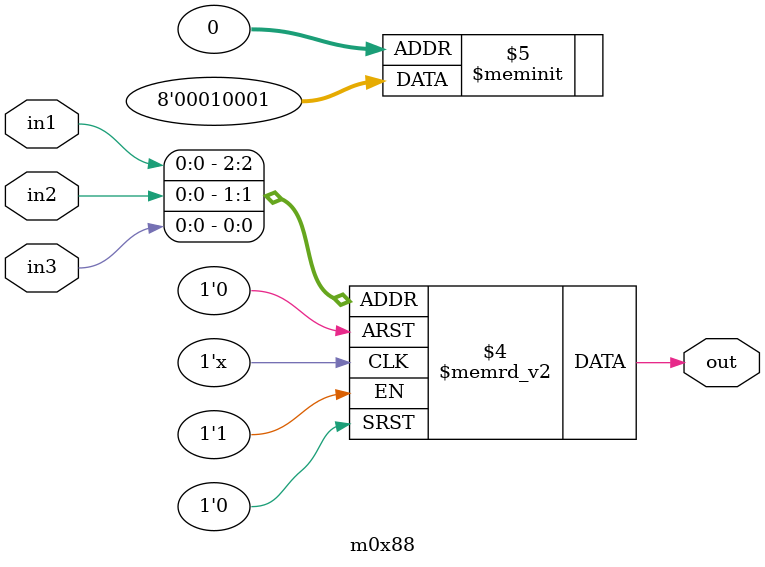
<source format=v>
module m0x88(output out, input in1, in2, in3);

   always @(in1, in2, in3)
     begin
        case({in1, in2, in3})
          3'b000: {out} = 1'b1;
          3'b001: {out} = 1'b0;
          3'b010: {out} = 1'b0;
          3'b011: {out} = 1'b0;
          3'b100: {out} = 1'b1;
          3'b101: {out} = 1'b0;
          3'b110: {out} = 1'b0;
          3'b111: {out} = 1'b0;
        endcase // case ({in1, in2, in3})
     end // always @ (in1, in2, in3)

endmodule // m0x88
</source>
